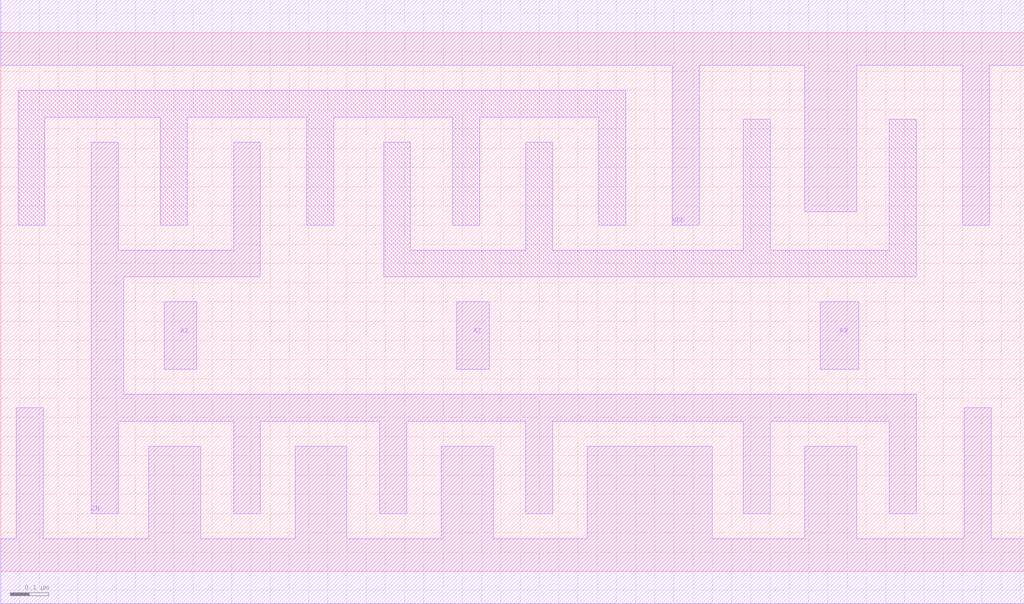
<source format=lef>
# 
# ******************************************************************************
# *                                                                            *
# *                   Copyright (C) 2004-2010, Nangate Inc.                    *
# *                           All rights reserved.                             *
# *                                                                            *
# * Nangate and the Nangate logo are trademarks of Nangate Inc.                *
# *                                                                            *
# * All trademarks, logos, software marks, and trade names (collectively the   *
# * "Marks") in this program are proprietary to Nangate or other respective    *
# * owners that have granted Nangate the right and license to use such Marks.  *
# * You are not permitted to use the Marks without the prior written consent   *
# * of Nangate or such third party that may own the Marks.                     *
# *                                                                            *
# * This file has been provided pursuant to a License Agreement containing     *
# * restrictions on its use. This file contains valuable trade secrets and     *
# * proprietary information of Nangate Inc., and is protected by U.S. and      *
# * international laws and/or treaties.                                        *
# *                                                                            *
# * The copyright notice(s) in this file does not indicate actual or intended  *
# * publication of this file.                                                  *
# *                                                                            *
# *     NGLibraryCreator, v2010.08-HR32-SP3-2010-08-05 - build 1009061800      *
# *                                                                            *
# ******************************************************************************
# 
# 
# Running on brazil06.nangate.com.br for user Giancarlo Franciscatto (gfr).
# Local time is now Fri, 3 Dec 2010, 19:32:18.
# Main process id is 27821.

VERSION 5.6 ;
BUSBITCHARS "[]" ;
DIVIDERCHAR "/" ;

MACRO NOR3_X4
  CLASS core ;
  FOREIGN NOR3_X4 0.0 0.0 ;
  ORIGIN 0 0 ;
  SYMMETRY X Y ;
  SITE FreePDK45_38x28_10R_NP_162NW_34O ;
  SIZE 2.66 BY 1.4 ;
  PIN A1
    DIRECTION INPUT ;
    ANTENNAPARTIALMETALAREA 0.014875 LAYER metal1 ;
    ANTENNAPARTIALMETALSIDEAREA 0.0676 LAYER metal1 ;
    ANTENNAGATEAREA 0.209 ;
    PORT
      LAYER metal1 ;
        POLYGON 0.425 0.525 0.51 0.525 0.51 0.7 0.425 0.7  ;
    END
  END A1
  PIN A2
    DIRECTION INPUT ;
    ANTENNAPARTIALMETALAREA 0.014875 LAYER metal1 ;
    ANTENNAPARTIALMETALSIDEAREA 0.0676 LAYER metal1 ;
    ANTENNAGATEAREA 0.209 ;
    PORT
      LAYER metal1 ;
        POLYGON 1.185 0.525 1.27 0.525 1.27 0.7 1.185 0.7  ;
    END
  END A2
  PIN A3
    DIRECTION INPUT ;
    ANTENNAPARTIALMETALAREA 0.0175 LAYER metal1 ;
    ANTENNAPARTIALMETALSIDEAREA 0.0715 LAYER metal1 ;
    ANTENNAGATEAREA 0.209 ;
    PORT
      LAYER metal1 ;
        POLYGON 2.13 0.525 2.23 0.525 2.23 0.7 2.13 0.7  ;
    END
  END A3
  PIN ZN
    DIRECTION OUTPUT ;
    ANTENNAPARTIALMETALAREA 0.346875 LAYER metal1 ;
    ANTENNAPARTIALMETALSIDEAREA 1.2857 LAYER metal1 ;
    ANTENNADIFFAREA 0.525 ;
    PORT
      LAYER metal1 ;
        POLYGON 0.235 0.15 0.305 0.15 0.305 0.39 0.605 0.39 0.605 0.15 0.675 0.15 0.675 0.39 0.985 0.39 0.985 0.15 1.055 0.15 1.055 0.39 1.365 0.39 1.365 0.15 1.435 0.15 1.435 0.39 1.93 0.39 1.93 0.15 2 0.15 2 0.39 2.31 0.39 2.31 0.15 2.38 0.15 2.38 0.46 0.32 0.46 0.32 0.765 0.675 0.765 0.675 1.115 0.605 1.115 0.605 0.835 0.305 0.835 0.305 1.115 0.235 1.115  ;
    END
  END ZN
  PIN VDD
    DIRECTION INOUT ;
    USE power ;
    SHAPE ABUTMENT ;
    PORT
      LAYER metal1 ;
        POLYGON 0 1.315 1.625 1.315 1.745 1.315 1.745 0.9 1.815 0.9 1.815 1.315 2.09 1.315 2.09 0.935 2.225 0.935 2.225 1.315 2.38 1.315 2.5 1.315 2.5 0.9 2.57 0.9 2.57 1.315 2.66 1.315 2.66 1.485 2.38 1.485 1.625 1.485 0 1.485  ;
    END
  END VDD
  PIN VSS
    DIRECTION INOUT ;
    USE ground ;
    SHAPE ABUTMENT ;
    PORT
      LAYER metal1 ;
        POLYGON 0 -0.085 2.66 -0.085 2.66 0.085 2.575 0.085 2.575 0.425 2.505 0.425 2.505 0.085 2.225 0.085 2.225 0.325 2.09 0.325 2.09 0.085 1.85 0.085 1.85 0.325 1.525 0.325 1.525 0.085 1.28 0.085 1.28 0.325 1.145 0.325 1.145 0.085 0.9 0.085 0.9 0.325 0.765 0.325 0.765 0.085 0.52 0.085 0.52 0.325 0.385 0.325 0.385 0.085 0.11 0.085 0.11 0.425 0.04 0.425 0.04 0.085 0 0.085  ;
    END
  END VSS
  OBS
      LAYER metal1 ;
        POLYGON 0.045 0.9 0.115 0.9 0.115 1.18 0.415 1.18 0.415 0.9 0.485 0.9 0.485 1.18 0.795 1.18 0.795 0.9 0.865 0.9 0.865 1.18 1.175 1.18 1.175 0.9 1.245 0.9 1.245 1.18 1.555 1.18 1.555 0.9 1.625 0.9 1.625 1.25 0.045 1.25  ;
        POLYGON 0.995 0.765 2.38 0.765 2.38 1.175 2.31 1.175 2.31 0.835 2 0.835 2 1.175 1.93 1.175 1.93 0.835 1.435 0.835 1.435 1.115 1.365 1.115 1.365 0.835 1.065 0.835 1.065 1.115 0.995 1.115  ;
  END
END NOR3_X4

END LIBRARY
#
# End of file
#

</source>
